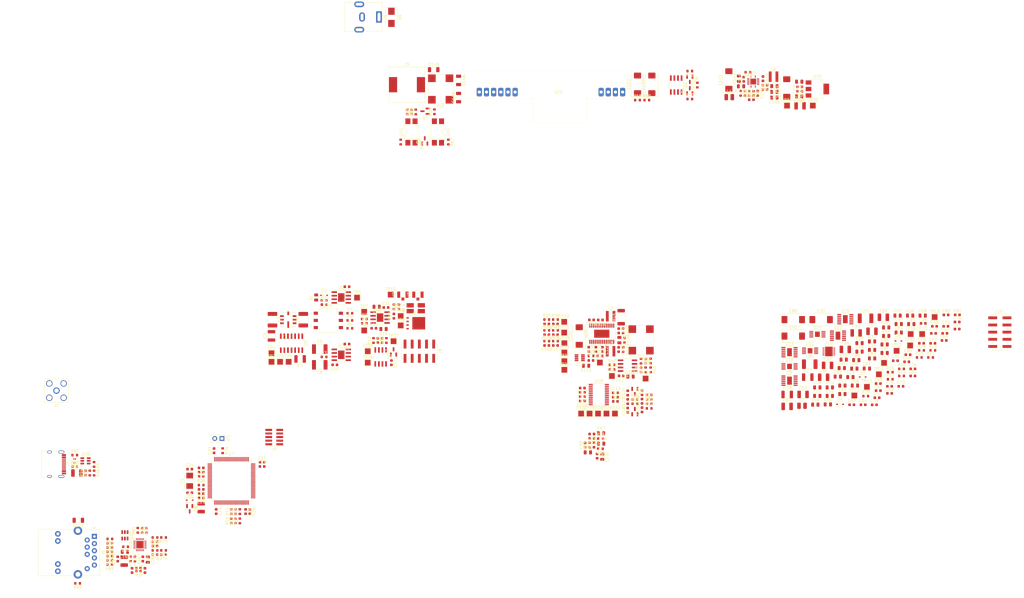
<source format=kicad_pcb>
(kicad_pcb (version 20211014) (generator pcbnew)
  (layers (0 "F.Cu" signal) (31 "B.Cu" signal) (34 "B.Paste" user) (35 "F.Paste" user) (36 "B.SilkS" user "B.Silkscreen") (37 "F.SilkS" user "F.Silkscreen") (38 "B.Mask" user) (39 "F.Mask" user) (44 "Edge.Cuts" user))
  (net 0 "")
  (net 1 "+5VA")
  (net 2 "GND")
  (net 3 "Net-(C2-Pad2)")
  (net 4 "Net-(C5-Pad1)")
  (net 5 "Net-(C5-Pad2)")
  (net 6 "Net-(C6-Pad1)")
  (net 7 "+9VA")
  (net 8 "-6V")
  (net 9 "+15V")
  (net 10 "Net-(C13-Pad1)")
  (net 11 "Net-(C13-Pad2)")
  (net 12 "/MCU/PD_MON")
  (net 13 "/driveStage/PD_C")
  (net 14 "Net-(C17-Pad2)")
  (net 15 "Net-(C18-Pad1)")
  (net 16 "Net-(C19-Pad1)")
  (net 17 "+3V3")
  (net 18 "Net-(C21-Pad2)")
  (net 19 "Net-(C22-Pad1)")
  (net 20 "/MCU/VREF")
  (net 21 "+12V")
  (net 22 "+1V8")
  (net 23 "Net-(C37-Pad2)")
  (net 24 "Net-(C38-Pad1)")
  (net 25 "Net-(C38-Pad2)")
  (net 26 "Net-(C40-Pad1)")
  (net 27 "Net-(C42-Pad2)")
  (net 28 "Net-(C43-Pad2)")
  (net 29 "-9V")
  (net 30 "IN")
  (net 31 "Net-(C50-Pad1)")
  (net 32 "Net-(C51-Pad1)")
  (net 33 "Net-(C52-Pad1)")
  (net 34 "Net-(C53-Pad1)")
  (net 35 "Net-(C54-Pad1)")
  (net 36 "Net-(C55-Pad1)")
  (net 37 "Net-(C69-Pad1)")
  (net 38 "Net-(C70-Pad1)")
  (net 39 "Net-(C71-Pad1)")
  (net 40 "Net-(C72-Pad1)")
  (net 41 "Net-(C73-Pad1)")
  (net 42 "Net-(C74-Pad1)")
  (net 43 "+9V")
  (net 44 "+8V")
  (net 45 "+3.3VA")
  (net 46 "/thermostat/DAC_REF")
  (net 47 "/thermostat/ADC_REF")
  (net 48 "/thermostat/ADC_A3V3")
  (net 49 "/thermostat/ADC_D3V3")
  (net 50 "Net-(C102-Pad1)")
  (net 51 "Net-(C103-Pad1)")
  (net 52 "Net-(C104-Pad1)")
  (net 53 "/thermostat/MAXV")
  (net 54 "/thermostat/MAXIP")
  (net 55 "/thermostat/MAXIN")
  (net 56 "Net-(C110-Pad1)")
  (net 57 "Net-(C115-Pad1)")
  (net 58 "Net-(C117-Pad1)")
  (net 59 "/MCU/TEC_ISEN")
  (net 60 "Net-(C119-Pad1)")
  (net 61 "/MCU/TEC_VREF")
  (net 62 "Net-(C122-Pad2)")
  (net 63 "Net-(C123-Pad2)")
  (net 64 "Net-(C125-Pad1)")
  (net 65 "+5V")
  (net 66 "Net-(C132-Pad2)")
  (net 67 "Net-(C133-Pad2)")
  (net 68 "Net-(C135-Pad2)")
  (net 69 "Net-(C136-Pad2)")
  (net 70 "Net-(C141-Pad1)")
  (net 71 "Net-(C145-Pad1)")
  (net 72 "Net-(C145-Pad2)")
  (net 73 "Net-(C146-Pad1)")
  (net 74 "Net-(C147-Pad1)")
  (net 75 "Net-(C148-Pad1)")
  (net 76 "Net-(C149-Pad1)")
  (net 77 "Net-(C149-Pad2)")
  (net 78 "Net-(C150-Pad1)")
  (net 79 "Net-(C151-Pad1)")
  (net 80 "Net-(C152-Pad1)")
  (net 81 "Net-(C152-Pad2)")
  (net 82 "Net-(C158-Pad1)")
  (net 83 "Net-(C162-Pad2)")
  (net 84 "Net-(C163-Pad2)")
  (net 85 "Net-(C164-Pad1)")
  (net 86 "/Ehternet/AVDDT_PHY")
  (net 87 "/Ehternet/ETH_SHIELD")
  (net 88 "Net-(D1-Pad2)")
  (net 89 "/MCU/MCU_RSTn")
  (net 90 "/MCU/RST")
  (net 91 "Net-(FB12-Pad1)")
  (net 92 "Net-(FB12-Pad2)")
  (net 93 "/thermostat/TEC+")
  (net 94 "/thermostat/TEC-")
  (net 95 "Net-(FL3-Pad1)")
  (net 96 "Net-(FL3-Pad2)")
  (net 97 "/MCU/USB_DP")
  (net 98 "/MCU/USB_DN")
  (net 99 "Net-(J1-Pad1)")
  (net 100 "Net-(J2-Pad1)")
  (net 101 "/MCU/SWDIO")
  (net 102 "/MCU/SWCLK")
  (net 107 "Net-(J6-Pad1)")
  (net 108 "Net-(J6-Pad2)")
  (net 109 "Net-(J6-Pad3)")
  (net 110 "Net-(J6-Pad6)")
  (net 111 "/Ehternet/POE_VC-")
  (net 112 "/Ehternet/POE_VC+")
  (net 113 "Net-(J6-Pad11)")
  (net 114 "Net-(J6-Pad13)")
  (net 115 "Net-(J7-PadA5)")
  (net 117 "Net-(J7-PadB5)")
  (net 119 "/driveStage/LD-")
  (net 120 "/thermostat/NTC+")
  (net 121 "/thermostat/NTC-")
  (net 122 "Net-(JP1-Pad1)")
  (net 123 "Net-(L2-Pad1)")
  (net 124 "Net-(L3-Pad1)")
  (net 125 "Net-(Q1-Pad1)")
  (net 126 "Net-(Q2-Pad3)")
  (net 127 "Net-(Q3-Pad1)")
  (net 128 "Net-(Q4-Pad1)")
  (net 129 "Net-(Q5-Pad4)")
  (net 130 "Net-(Q6-Pad1)")
  (net 131 "Net-(R4-Pad1)")
  (net 132 "Net-(R4-Pad2)")
  (net 133 "Net-(R5-Pad1)")
  (net 134 "Net-(R6-Pad1)")
  (net 135 "Net-(R7-Pad2)")
  (net 136 "Net-(R10-Pad2)")
  (net 137 "/MCU/PD_BIAS")
  (net 138 "Net-(R14-Pad2)")
  (net 139 "Net-(R15-Pad2)")
  (net 140 "Net-(R16-Pad2)")
  (net 141 "Net-(R17-Pad2)")
  (net 142 "Net-(R18-Pad2)")
  (net 143 "Net-(R19-Pad2)")
  (net 144 "Net-(R24-Pad2)")
  (net 145 "Net-(R29-Pad2)")
  (net 146 "Net-(R30-Pad2)")
  (net 147 "/MCU/PWM_MAXV")
  (net 148 "/MCU/PWM_MAXIP")
  (net 149 "/MCU/PWM_MAXIN")
  (net 150 "Net-(R41-Pad1)")
  (net 151 "Net-(R42-Pad2)")
  (net 152 "Net-(R45-Pad1)")
  (net 153 "Net-(R46-Pad2)")
  (net 154 "/MCU/TEC_VSEN")
  (net 155 "Net-(R48-Pad2)")
  (net 156 "Net-(R56-Pad2)")
  (net 157 "Net-(R57-Pad2)")
  (net 158 "Net-(R60-Pad2)")
  (net 159 "Net-(R63-Pad1)")
  (net 160 "Net-(R65-Pad1)")
  (net 161 "/MCU/AT_EVENT")
  (net 162 "/MCU/POE_PWR_SRC")
  (net 163 "/Ehternet/RMII_RXD0")
  (net 164 "Net-(R73-Pad2)")
  (net 165 "/Ehternet/RMII_RXD1")
  (net 166 "Net-(R74-Pad2)")
  (net 167 "/Ehternet/RMII_CRS_DV")
  (net 168 "Net-(R75-Pad2)")
  (net 169 "/Ehternet/RMII_REF_CLK")
  (net 170 "Net-(R76-Pad2)")
  (net 171 "/Ehternet/RMII_MDIO")
  (net 172 "Net-(R82-Pad2)")
  (net 173 "/Ehternet/ETH_LED_1")
  (net 174 "Net-(R84-Pad1)")
  (net 175 "/Ehternet/PHY_TD_P")
  (net 176 "/Ehternet/PHY_TD_N")
  (net 177 "/Ehternet/PHY_RD_P")
  (net 178 "/Ehternet/PHY_RD_N")
  (net 179 "/Ehternet/ETH_LED_2")
  (net 180 "Net-(R94-Pad2)")
  (net 181 "Net-(R95-Pad1)")
  (net 182 "/MCU/USB_VBUS")
  (net 183 "/MCU/LDAC_LOAD")
  (net 184 "/MCU/LDAC_CLK")
  (net 185 "/MCU/LDAC_MOSI")
  (net 186 "/MCU/LDAC_CS")
  (net 187 "/MCU/TADC_SYNC")
  (net 188 "/MCU/TADC_MISO")
  (net 189 "/MCU/TDAC_MOSI")
  (net 190 "/MCU/TADC_CLK")
  (net 191 "/MCU/TDAC_CLK")
  (net 192 "/MCU/TADC_CS")
  (net 193 "/MCU/TDAC_SYNC")
  (net 194 "/MCU/TADC_MOSI")
  (net 195 "Net-(U1-Pad6)")
  (net 209 "/Ehternet/RMII_MDC")
  (net 210 "/Ehternet/PHY_NRST")
  (net 211 "/MCU/TEC_SHDN")
  (net 216 "/Ehternet/RMII_TX_EN")
  (net 217 "/Ehternet/RMII_TXD0")
  (net 218 "/Ehternet/RMII_TXD1")
  (net 259 "Net-(U19-Pad5)")
  (net 261 "Net-(U23-Pad3)")
  (footprint "Connector_RJ:RJ45_Abracon_ARJP11A-MA_Horizontal" (layer "F.Cu") (at 172.571 164.216 -90)
    (fp_text reference "J6")
    (fp_text value "RJ45_Abracon_ARJP11A-MASA-B-A-EMU2")
  )
  (footprint "Resistor_SMD:R_0603_1608Metric" (layer "F.Cu") (at 194.056 164.592 180)
    (fp_text reference "R79")
    (fp_text value "10k")
  )
  (footprint "Resistor_SMD:R_0603_1608Metric" (layer "F.Cu") (at 286.512 13.716 90)
    (fp_text reference "R59")
    (fp_text value "82k")
  )
  (footprint "Resistor_SMD:R_0603_1608Metric" (layer "F.Cu") (at 383.667 9.144)
    (fp_text reference "R70")
    (fp_text value "33k2")
  )
  (footprint "Capacitor_SMD:C_0603_1608Metric" (layer "F.Cu") (at 194.056 167.64)
    (fp_text reference "C166")
    (fp_text value "100n")
  )
  (footprint "Capacitor_SMD:C_0603_1608Metric" (layer "F.Cu") (at 361.6452 116.4082 90)
    (fp_text reference "C123")
    (fp_text value "100n")
  )
  (footprint "Package_TO_SOT_SMD:SOT-23" (layer "F.Cu") (at 383.667 2.159 -90)
    (fp_text reference "Q6")
    (fp_text value "BC857")
  )
  (footprint "Capacitor_SMD:C_0805_2012Metric" (layer "F.Cu") (at 422.4528 2.9972 180)
    (fp_text reference "C161")
    (fp_text value "10u")
  )
  (footprint "Inductor_SMD:L_1210_3225Metric" (layer "F.Cu") (at 210.425 154.02 90)
    (fp_text reference "FB1")
    (fp_text value "1K@100MHz")
  )
  (footprint "Capacitor_SMD:C_0603_1608Metric" (layer "F.Cu") (at 332.9432 92.71 180)
    (fp_text reference "C103")
    (fp_text value "100n")
  )
  (footprint "Capacitor_SMD:C_0603_1608Metric" (layer "F.Cu") (at 445.097 117.542)
    (fp_text reference "C64")
    (fp_text value "100n")
  )
  (footprint "Package_QFP:LQFP-100_14x14mm_P0.5mm" (layer "F.Cu") (at 221.179 144.518)
    (fp_text reference "U7")
    (fp_text value "STM32F407VGTx")
  )
  (footprint "Capacitor_SMD:C_0603_1608Metric" (layer "F.Cu") (at 332.9432 88.9 180)
    (fp_text reference "C104")
    (fp_text value "100n")
  )
  (footprint "Resistor_SMD:R_0603_1608Metric" (layer "F.Cu") (at 194.056 166.116 180)
    (fp_text reference "R82")
    (fp_text value "10k")
  )
  (footprint "Capacitor_SMD:C_0603_1608Metric" (layer "F.Cu") (at 336.042 96.52 180)
    (fp_text reference "C107")
    (fp_text value "100n")
  )
  (footprint "TestPoint:TestPoint_Pad_2.0x2.0mm" (layer "F.Cu") (at 418.1348 11.4808)
    (fp_text reference "TP34")
    (fp_text value "TestPoint")
  )
  (footprint "TestPoint:TestPoint_Pad_2.0x2.0mm" (layer "F.Cu") (at 339.1408 91.948)
    (fp_text reference "TP21")
    (fp_text value "TestPoint")
  )
  (footprint "Capacitor_SMD:C_0805_2012Metric" (layer "F.Cu") (at 441.997 104.712)
    (fp_text reference "C39")
    (fp_text value "10u")
  )
  (footprint "Resistor_SMD:R_0603_1608Metric" (layer "F.Cu") (at 348.1172 131.826 90)
    (fp_text reference "R31")
    (fp_text value "33")
  )
  (footprint "Resistor_SMD:R_0603_1608Metric" (layer "F.Cu") (at 197.104 164.592 180)
    (fp_text reference "R75")
    (fp_text value "33")
  )
  (footprint "Resistor_SMD:R_0603_1608Metric" (layer "F.Cu") (at 351.978 133.1468 180)
    (fp_text reference "R40")
    (fp_text value "33")
  )
  (footprint "Resistor_SMD:R_0603_1608Metric" (layer "F.Cu") (at 332.9432 91.1352)
    (fp_text reference "R34")
    (fp_text value "10k")
  )
  (footprint "TestPoint:TestPoint_Pad_2.0x2.0mm" (layer "F.Cu") (at 446.457 111.192)
    (fp_text reference "TP12")
    (fp_text value "TestPoint")
  )
  (footprint "Capacitor_SMD:C_0603_1608Metric" (layer "F.Cu") (at 460.577 102.302)
    (fp_text reference "C41")
    (fp_text value "100n")
  )
  (footprint "TestPoint:TestPoint_Pad_2.0x2.0mm" (layer "F.Cu") (at 450.697 106.742)
    (fp_text reference "TP11")
    (fp_text value "TestPoint")
  )
  (footprint "Diode_SMD:D_SMB" (layer "F.Cu") (at 277.876 -19.812 -90)
    (fp_text reference "D9")
    (fp_text value "SMBJ13A-13-F")
  )
  (footprint "Capacitor_SMD:C_0603_1608Metric" (layer "F.Cu") (at 454.497 110.992)
    (fp_text reference "C76")
    (fp_text value "100n")
  )
  (footprint "TestPoint:TestPoint_Pad_2.0x2.0mm" (layer "F.Cu") (at 339.1916 105.156)
    (fp_text reference "TP25")
    (fp_text value "TestPoint")
  )
  (footprint "TestPoint:TestPoint_Pad_2.0x2.0mm" (layer "F.Cu") (at 268.224 84.582)
    (fp_text reference "TP7")
    (fp_text value "TestPoint")
  )
  (footprint "TestPoint:TestPoint_Pad_2.0x2.0mm" (layer "F.Cu") (at 339.1408 88.138)
    (fp_text reference "TP22")
    (fp_text value "TestPoint")
  )
  (footprint "Inductor_SMD:L_Wuerth_WE-PD-Typ-LS" (layer "F.Cu") (at 283.402 4.064)
    (fp_text reference "L5")
    (fp_text value "10u")
  )
  (footprint "Capacitor_SMD:C_0805_2012Metric" (layer "F.Cu") (at 438.227 101.532)
    (fp_text reference "C56")
    (fp_text value "10u")
  )
  (footprint "Package_SO:SOIC-8-1EP_3.9x4.9mm_P1.27mm_EP2.29x3mm" (layer "F.Cu") (at 260.096 79.502)
    (fp_text reference "U3")
    (fp_text value "ADA4898-1YRDZ")
  )
  (footprint "Capacitor_SMD:C_0805_2012Metric" (layer "F.Cu") (at 401.828 4.6228 180)
    (fp_text reference "C143")
    (fp_text value "10u")
  )
  (footprint "Package_TO_SOT_SMD:SOT-23-6" (layer "F.Cu") (at 183.388 163.83 -90)
    (fp_text reference "U27")
    (fp_text value "USBLC6-4SC6")
  )
  (footprint "Resistor_SMD:R_0603_1608Metric" (layer "F.Cu") (at 224.141 155.414 90)
    (fp_text reference "R18")
    (fp_text value "10k")
  )
  (footprint "Capacitor_SMD:C_1812_4532Metric" (layer "F.Cu") (at 426.187 103.142)
    (fp_text reference "C84")
    (fp_text value "10u PP")
  )
  (footprint "Resistor_SMD:R_0603_1608Metric" (layer "F.Cu") (at 332.9432 94.9452)
    (fp_text reference "R33")
    (fp_text value "10k")
  )
  (footprint "Resistor_SMD:R_0603_1608Metric" (layer "F.Cu") (at 454.727 105.972)
    (fp_text reference "R26")
    (fp_text value "51k")
  )
  (footprint "Capacitor_SMD:C_0603_1608Metric" (layer "F.Cu") (at 345.567 114.6668 180)
    (fp_text reference "C121")
    (fp_text value "1u")
  )
  (footprint "Capacitor_SMD:C_0603_1608Metric" (layer "F.Cu") (at 473.837 94.742)
    (fp_text reference "C66")
    (fp_text value "100n")
  )
  (footprint "Capacitor_SMD:C_0603_1608Metric" (layer "F.Cu") (at 346.5424 131.826 90)
    (fp_text reference "C98")
    (fp_text value "100n")
  )
  (footprint "Capacitor_SMD:C_0603_1608Metric" (layer "F.Cu") (at 470.067 92.232)
    (fp_text reference "C72")
    (fp_text value "100n")
  )
  (footprint "Capacitor_SMD:C_0805_2012Metric" (layer "F.Cu") (at 442.207 110.732)
    (fp_text reference "C58")
    (fp_text value "10u")
  )
  (footprint "Resistor_SMD:R_0603_1608Metric" (layer "F.Cu") (at 172.466 138.684 -90)
    (fp_text reference "R97")
    (fp_text value "10k")
  )
  (footprint "Resistor_SMD:R_0603_1608Metric" (layer "F.Cu") (at 336.042 87.3252)
    (fp_text reference "R38")
    (fp_text value "10k")
  )
  (footprint "Resistor_SMD:R_0603_1608Metric" (layer "F.Cu") (at 446.037 114.472)
    (fp_text reference "R29")
    (fp_text value "33k2")
  )
  (footprint "TestPoint:TestPoint_Pad_2.0x2.0mm" (layer "F.Cu") (at 339.1916 99.0334)
    (fp_text reference "TP29")
    (fp_text value "TestPoint")
  )
  (footprint "Capacitor_SMD:C_0603_1608Metric" (layer "F.Cu") (at 466.417 88.682)
    (fp_text reference "C38")
    (fp_text value "1u")
  )
  (footprint "Connector_Coaxial:SMA_Amphenol_132203-12_Horizontal" (layer "F.Cu") (at 159.134 112.522 90)
    (fp_text reference "J1")
    (fp_text value "MOD_IN")
  )
  (footprint "Inductor_SMD:L_1210_3225Metric" (layer "F.Cu") (at 423.827 113.872)
    (fp_text reference "FB3")
    (fp_text value "1K@100MHz")
  )
  (footprint "Resistor_SMD:R_0603_1608Metric" (layer "F.Cu") (at 410.3116 4.2164 180)
    (fp_text reference "R60")
    (fp_text value "82k")
  )
  (footprint "Capacitor_SMD:C_0805_2012Metric" (layer "F.Cu") (at 428.157 117.482)
    (fp_text reference "C48")
    (fp_text value "10u")
  )
  (footprint "Connector_USB:USB_C_Receptacle_HRO_TYPE-C-31-M-12" (layer "F.Cu") (at 157.734 138.621 -90)
    (fp_text reference "J7")
    (fp_text value "USB_C_Receptacle_USB2.0")
  )
  (footprint "TestPoint:TestPoint_Pad_2.0x2.0mm" (layer "F.Cu") (at 452.537 102.692)
    (fp_text reference "TP17")
    (fp_text value "TestPoint")
  )
  (footprint "Inductor_SMD:L_1210_3225Metric" (layer "F.Cu") (at 448.257 91.472)
    (fp_text reference "FB7")
    (fp_text value "1K@100MHz")
  )
  (footprint "Capacitor_SMD:C_0805_2012Metric" (layer "F.Cu") (at 442.677 101.702)
    (fp_text reference "C88")
    (fp_text value "10u")
  )
  (footprint "Capacitor_SMD:C_0603_1608Metric" (layer "F.Cu") (at 469.827 95.742)
    (fp_text reference "C43")
    (fp_text value "1u")
  )
  (footprint "Capacitor_SMD:C_0805_2012Metric" (layer "F.Cu") (at 452.737 99.162)
    (fp_text reference "C87")
    (fp_text value "10u")
  )
  (footprint "Capacitor_SMD:C_0603_1608Metric" (layer "F.Cu") (at 402.7932 2.1336 90)
    (fp_text reference "C144")
    (fp_text value "100n")
  )
  (footprint "Resistor_SMD:R_0603_1608Metric" (layer "F.Cu") (at 458.737 104.812)
    (fp_text reference "R30")
    (fp_text value "150k")
  )
  (footprint "Capacitor_SMD:C_0603_1608Metric" (layer "F.Cu") (at 277.876 102.616 -90)
    (fp_text reference "C172")
    (fp_text value "100n")
  )
  (footprint "Package_SO:MSOP-12-1EP_3x4mm_P0.65mm_EP1.65x2.85mm" (layer "F.Cu") (at 419.017 98.892)
    (fp_text reference "U13")
    (fp_text value "LT3045xMSE")
  )
  (footprint "Capacitor_SMD:C_0603_1608Metric" (layer "F.Cu") (at 450.047 115.042)
    (fp_text reference "C47")
    (fp_text value "100n")
  )
  (footprint "Resistor_SMD:R_0603_1608Metric" (layer "F.Cu") (at 187.96 162.052 90)
    (fp_text reference "R81")
    (fp_text value "10k")
  )
  (footprint "Capacitor_SMD:C_0805_2012Metric" (layer "F.Cu") (at 452.737 96.152)
    (fp_text reference "C86")
    (fp_text value "10u")
  )
  (footprint "Connector_PinHeader_1.27mm:PinHeader_2x05_P1.27mm_Vertical_SMD" (layer "F.Cu") (at 236.333 128.998 180)
    (fp_text reference "J4")
    (fp_text value "Conn_02x05_Odd_Even")
  )
  (footprint "Package_TO_SOT_SMD:SOT-223-3_TabPin2" (layer "F.Cu") (at 428.9044 5.588)
    (fp_text reference "U25")
    (fp_text value "AMS1117-3.3")
  )
  (footprint "Capacitor_SMD:C_0805_2012Metric" (layer "F.Cu") (at 443.837 95.682)
    (fp_text reference "C52")
    (fp_text value "10u")
  )
  (footprint "Resistor_SMD:R_0603_1608Metric" (layer "F.Cu") (at 332.9432 87.3252)
    (fp_text reference "R35")
    (fp_text value "10k")
  )
  (footprint "Resistor_SMD:R_0603_1608Metric" (layer "F.Cu") (at 263.144 90.424)
    (fp_text reference "R6")
    (fp_text value "100")
  )
  (footprint "Resistor_SMD:R_0603_1608Metric" (layer "F.Cu") (at 458.737 107.322)
    (fp_text reference "R22")
    (fp_text value "60k4")
  )
  (footprint "Capacitor_SMD:C_0603_1608Metric" (layer "F.Cu") (at 232.015 139.412)
    (fp_text reference "C19")
    (fp_text value "2u2")
  )
  (footprint "Resistor_SMD:R_0603_1608Metric" (layer "F.Cu") (at 178.054 172.72 180)
    (fp_text reference "R83")
    (fp_text value "10k")
  )
  (footprint "Capacitor_SMD:C_0603_1608Metric" (layer "F.Cu") (at 347.8276 97.8904 -90)
    (fp_text reference "C130")
    (fp_text value "1u")
  )
  (footprint "Capacitor_SMD:C_0805_2012Metric" (layer "F.Cu") (at 352.232 131.318)
    (fp_text reference "C100")
    (fp_text value "10u")
  )
  (footprint "Package_SO:MSOP-12-1EP_3x4mm_P0.65mm_EP1.65x2.85mm" (layer "F.Cu") (at 438.797 87.192)
    (fp_text reference "U15")
    (fp_text value "LT3094xMSE")
  )
  (footprint "Inductor_SMD:L_1008_2520Metric" (layer "F.Cu") (at 423.457 117.892)
    (fp_text reference "L1")
    (fp_text value "1u")
  )
  (footprint "Package_SO:MSOP-12-1EP_3x4mm_P0.65mm_EP1.65x2.85mm" (layer "F.Cu") (at 419.017 108.992)
    (fp_text reference "U9")
    (fp_text value "LTC3261")
  )
  (footprint "Crystal:Crystal_SMD_2016-4Pin_2.0x1.6mm" (layer "F.Cu") (at 188.214 176.022 180)
    (fp_text reference "Y2")
    (fp_text value "25MHz")
  )
  (footprint "Resistor_SMD:R_0603_1608Metric" (layer "F.Cu") (at 268.274 87.134)
    (fp_text reference "R7")
    (fp_text value "100")
  )
  (footprint "Capacitor_SMD:C_0603_1608Metric" (layer "F.Cu") (at 210.425 150.588 180)
    (fp_text reference "C29")
    (fp_text value "2u2")
  )
  (footprint "Capacitor_SMD:C_0603_1608Metric" (layer "F.Cu") (at 474.507 85.672)
    (fp_text reference "C80")
    (fp_text value "100n")
  )
  (footprint "Capacitor_SMD:C_1206_3216Metric" (layer "F.Cu") (at 301.69 2.54 -90)
    (fp_text reference "C146")
    (fp_text value "4n7")
  )
  (footprint "Inductor_SMD:L_Wuerth_MAPI-4020" (layer "F.Cu") (at 413.3596 1.2192)
    (fp_text reference "L6")
    (fp_text value "3u3")
  )
  (footprint "Resistor_SMD:R_0603_1608Metric" (layer "F.Cu") (at 280.528 82.804 90)
    (fp_text reference "R11")
    (fp_text value "0")
  )
  (footprint "Capacitor_SMD:C_0805_2012Metric" (layer "F.Cu") (at 432.607 117.412)
    (fp_text reference "C85")
    (fp_text value "10u")
  )
  (footprint "Capacitor_SMD:C_0805_2012Metric" (layer "F.Cu") (at 401.066 1.9304 90)
    (fp_text reference "C142")
    (fp_text value "10u")
  )
  (footprint "TestPoint:TestPoint_Pad_2.0x2.0mm" (layer "F.Cu") (at 456.987 98.422)
    (fp_text reference "TP19")
    (fp_text value "TestPoint")
  )
  (footprint "Package_SO:SOIC-14_3.9x8.7mm_P1.27mm" (layer "F.Cu") (at 242.4684 95.7072 -90)
    (fp_text reference "U2")
    (fp_text value "MAX5719xSD")
  )
  (footprint "Capacitor_SMD:C_0603_1608Metric" (layer "F.Cu") (at 351.9678 87.4764 180)
    (fp_text reference "C129")
    (fp_text value "1u")
  )
  (footprint "Resistor_SMD:R_0603_1608Metric" (layer "F.Cu") (at 254 80.518)
    (fp_text reference "R2")
    (fp_text value "100")
  )
  (footprint "Capacitor_SMD:C_0603_1608Metric" (layer "F.Cu") (at 478.447 88.182)
    (fp_text reference "C78")
    (fp_text value "100n")
  )
  (footprint "Connector_Coaxial:U.FL_Hirose_U.FL-R-SMT-1_Vertical" (layer "F.Cu") (at 281.94 78.994 90)
    (fp_text reference "J2")
    (fp_text value "DNP")
  )
  (footprint "Capacitor_SMD:C_0603_1608Metric" (layer "F.Cu") (at 257.81 103.378 180)
    (fp_text reference "C10")
    (fp_text value "100n")
  )
  (footprint "Inductor_SMD:L_CommonModeChoke_Wuerth_WE-SL5" (layer "F.Cu") (at 366.395 94.5376)
    (fp_text reference "FL1")
    (fp_text value "WE-SL5")
  )
  (footprint "Resistor_SMD:R_0603_1608Metric" (layer "F.Cu") (at 178.054 171.196 180)
    (fp_text reference "R90")
    (fp_text value "220")
  )
  (footprint "Capacitor_SMD:C_0603_1608Metric" (layer "F.Cu") (at 454.497 113.502)
    (fp_text reference "C69")
    (fp_text value "100n")
  )
  (footprint "Inductor_SMD:L_1210_3225Metric" (layer "F.Cu") (at 422.7576 11.5316)
    (fp_text reference "FB10")
    (fp_text value "1K@100MHz")
  )
  (footprint "Diode_SMD:D_SOD-323" (layer "F.Cu") (at 254 78.74)
    (fp_text reference "D1")
    (fp_text value "AQ4020-01FTG-C")
  )
  (footprint "Resistor_SMD:R_0603_1608Metric" (layer "F.Cu") (at 218.045 133.824 -90)
    (fp_text reference "R20")
    (fp_text value "10k")
  )
  (footprint "Connector_BarrelJack:BarrelJack_CUI_PJ-063AH_Horizontal" (layer "F.Cu") (at 273.47 -19.939 -90)
    (fp_text reference "J5")
    (fp_text value "Barrel_Jack")
  )
  (footprint "Resistor_SMD:R_0603_1608Metric" (layer "F.Cu") (at 369.2652 113.9952 180)
    (fp_text reference "R55")
    (fp_text value "5k11 5ppm")
  )
  (footprint "Resistor_SMD:R_0603_1608Metric" (layer "F.Cu") (at 404.7236 7.112 -90)
    (fp_text reference "R64")
    (fp_text value "4k12")
  )
  (footprint "Resistor_SMD:R_0603_1608Metric" (layer "F.Cu") (at 465.027 100.762)
    (fp_text reference "R24")
    (fp_text value "470")
  )
  (footprint "Capacitor_SMD:C_0603_1608Metric" (layer "F.Cu") (at 262.128 75.692 180)
    (fp_text reference "C7")
    (fp_text value "100n")
  )
  (footprint "Capacitor_Tantalum_SMD:CP_EIA-7343-15_Kemet-W" (layer "F.Cu") (at 420.342 87.342)
    (fp_text reference "C89")
    (fp_text value "220u")
  )
  (footprint "TestPoint:TestPoint_Pad_2.0x2.0mm" (layer "F.Cu") (at 442.007 114.262)
    (fp_text reference "TP15")
    (fp_text value "TestPoint")
  )
  (footprint "Capacitor_SMD:C_0603_1608Metric" (layer "F.Cu") (at 360.5276 94.6262 -90)
    (fp_text reference "C139")
    (fp_text value "100n")
  )
  (footprint "Capacitor_SMD:C_0603_1608Metric" (layer "F.Cu") (at 366.7252 119.3292 90)
    (fp_text reference "C132")
    (fp_text value "10n")
  )
  (footprint "Capacitor_SMD:C_1206_3216Metric" (layer "F.Cu") (at 292.862 -1.27)
    (fp_text reference "C145")
    (fp_text value "4n7")
  )
  (footprint "Capacitor_SMD:C_0603_1608Metric" (layer "F.Cu") (at 458.507 110.992)
    (fp_text reference "C73")
    (fp_text value "100n")
  )
  (footprint "Package_SO:TSSOP-24_4.4x7.8mm_P0.65mm" (layer "F.Cu") (at 351.409 113.9302)
    (fp_text reference "U18")
    (fp_text value "AD7172-2")
  )
  (footprint "Capacitor_SMD:C_0603_1608Metric" (layer "F.Cu") (at 366.7252 116.2812 90)
    (fp_text reference "C133")
    (fp_text value "100n")
  )
  (footprint "Resistor_SMD:R_0603_1608Metric" (layer "F.Cu") (at 194.056 169.164 180)
    (fp_text reference "R77")
    (fp_text value "10k")
  )
  (footprint "TestPoint:TestPoint_Pad_2.0x2.0mm" (layer "F.Cu") (at 461.787 96.512)
    (fp_text reference "TP14")
    (fp_text value "TestPoint")
  )
  (footprint "Inductor_SMD:L_1210_3225Metric" (layer "F.Cu") (at 418.177 118.122)
    (fp_text reference "FB4")
    (fp_text value "1K@100MHz")
  )
  (footprint "Resistor_SMD:R_0603_1608Metric" (layer "F.Cu") (at 366.3696 102.045 -90)
    (fp_text reference "R46")
    (fp_text value "10k")
  )
  (footprint "Resistor_SMD:R_0603_1608Metric" (layer "F.Cu") (at 189.484 162.052 -90)
    (fp_text reference "R76")
    (fp_text value "33")
  )
  (footprint "Capacitor_SMD:C_0603_1608Metric" (layer "F.Cu") (at 356.108 105.0036)
    (fp_text reference "C118")
    (fp_text value "100n")
  )
  (footprint "Resistor_SMD:R_0603_1608Metric" (layer "F.Cu") (at 178.054 165.1 180)
    (fp_text reference "R86")
    (fp_text value "33")
  )
  (footprint "Capacitor_SMD:C_1210_3225Metric" (layer "F.Cu") (at 425.487 107.742)
    (fp_text reference "C77")
    (fp_text value "100n PPS")
  )
  (footprint "Inductor_SMD:L_1210_3225Metric" (layer "F.Cu") (at 452.297 86.522)
    (fp_text reference "FB9")
    (fp_text value "1K@100MHz")
  )
  (footprint "Package_TO_SOT_SMD:SOT-23" (layer "F.Cu") (at 206.361 154.398 -90)
    (fp_text reference "U8")
    (fp_text value "STM809SWX6F")
  )
  (footprint "Capacitor_SMD:C_0805_2012Metric" (layer "F.Cu") (at 437.757 113.742)
    (fp_text reference "C54")
    (fp_text value "10u")
  )
  (footprint "Connector_PinHeader_2.54mm:PinHeader_2x05_P2.54mm_Vertical_SMD" (layer "F.Cu") (at 287.782 98.552 -90)
    (fp_text reference "J8")
    (fp_text value "Conn_02x05_Odd_Even")
  )
  (footprint "TestPoint:TestPoint_Pad_2.0x2.0mm" (layer "F.Cu") (at 339.1916 102.0814)
    (fp_text reference "TP27")
    (fp_text value "TestPoint")
  )
  (footprint "Capacitor_SMD:C_0603_1608Metric" (layer "F.Cu") (at 336.042 88.9 180)
    (fp_text reference "C109")
    (fp_text value "100n")
  )
  (footprint "TestPoint:TestPoint_Pad_2.0x2.0mm" (layer "F.Cu") (at 235.3564 99.2632)
    (fp_text reference "TP4")
    (fp_text value "TestPoint")
  )
  (footprint "Capacitor_SMD:C_0603_1608Metric" (layer "F.Cu") (at 450.487 110.022)
    (fp_text reference "C68")
    (fp_text value "100n")
  )
  (footprint "Package_DIP:SMDIP-4_W7.62mm" (layer "F.Cu") (at 294.386 20.828 -90)
    (fp_text reference "U24")
    (fp_text value "ACPL-217-500E")
  )
  (footprint "Resistor_SMD:R_0603_1608Metric" (layer "F.Cu") (at 222.617 155.414 90)
    (fp_text reference "R16")
    (fp_text value "10k")
  )
  (footprint "Capacitor_SMD:C_0603_1608Metric" (layer "F.Cu") (at 478.447 90.692)
    (fp_text reference "C71")
    (fp_text value "100n")
  )
  (footprint "Capacitor_SMD:C_0603_1608Metric" (layer "F.Cu") (at 474.077 92.232)
    (fp_text reference "C42")
    (fp_text value "1u")
  )
  (footprint "Capacitor_SMD:C_0603_1608Metric" (layer "F.Cu") (at 461.017 99.792)
    (fp_text reference "C65")
    (fp_text value "100n")
  )
  (footprint "Diode_SMD:D_SOD-323" (layer "F.Cu") (at 206.361 151.35)
    (fp_text reference "D3")
    (fp_text value "B5819")
  )
  (footprint "Package_SO:SOIC-8-1EP_3.9x4.9mm_P1.27mm_EP2.29x3mm" (layer "F.Cu") (at 273.862 86.626)
    (fp_text reference "U6")
    (fp_text value "ADA4898-1YRDZ")
  )
  (footprint "Capacitor_SMD:C_0805_2012Metric" (layer "F.Cu") (at 437.757 110.732)
    (fp_text reference "C53")
    (fp_text value "10u")
  )
  (footprint "Capacitor_SMD:C_0805_2012Metric" (layer "F.Cu") (at 183.388 169.672 180)
    (fp_text reference "C168")
    (fp_text value "10u")
  )
  (footprint "Resistor_SMD:R_0603_1608Metric" (layer "F.Cu") (at 276.098 94.742 90)
    (fp_text reference "R9")
    (fp_text value "1k")
  )
  (footprint "Capacitor_SMD:C_0805_2012Metric" (layer "F.Cu") (at 461.777 85.922)
    (fp_text reference "C50")
    (fp_text value "10u")
  )
  (footprint "Capacitor_SMD:C_0603_1608Metric" (layer "F.Cu") (at 210.425 149.064 180)
    (fp_text reference "C28")
    (fp_text value "100n")
  )
  (footprint "Capacitor_SMD:C_0603_1608Metric" (layer "F.Cu") (at 271.638 90.424)
    (fp_text reference "C12")
    (fp_text value "100n")
  )
  (footprint "Capacitor_SMD:C_0603_1608Metric" (layer "F.Cu") (at 210.425 142.968 180)
    (fp_text reference "C30")
    (fp_text value "100n")
  )
  (footprint "Resistor_SMD:R_2010_5025Metric" (layer "F.Cu") (at 359.3338 86.4858 90)
    (fp_text reference "R45")
    (fp_text value "50m")
  )
  (footprint "TestPoint:TestPoint_Pad_2.0x2.0mm" (layer "F.Cu") (at 461.987 92.462)
    (fp_text reference "TP16")
    (fp_text value "TestPoint")
  )
  (footprint "Resistor_SMD:R_0603_1608Metric" (layer "F.Cu") (at 169.418 141.732 90)
    (fp_text reference "R94")
    (fp_text value "5k1")
  )
  (footprint "TestPoint:TestPoint_Pad_2.0x2.0mm" (layer "F.Cu") (at 241.4524 102.3112)
    (fp_text reference "TP1")
    (fp_text value "TestPoint")
  )
  (footprint "Resistor_SMD:R_0603_1608Metric" (layer "F.Cu") (at 410.3116 5.7912)
    (fp_text reference "R61")
    (fp_text value "33k2")
  )
  (footprint "Resistor_SMD:R_0603_1608Metric" (layer "F.Cu") (at 368.427 9.525)
    (fp_text reference "R69")
    (fp_text value "10k")
  )
  (footprint "Package_SO:SOIC-8_3.9x4.9mm_P1.27mm" (layer "F.Cu") (at 361.5944 103.684 180)
    (fp_text reference "U19")
    (fp_text value "RS8552")
  )
  (footprint "Resistor_SMD:R_0603_1608Metric" (layer "F.Cu") (at 336.042 94.9452)
    (fp_text reference "R36")
    (fp_text value "10k")
  )
  (footprint "Capacitor_Tantalum_SMD:CP_EIA-7343-15_Kemet-W" (layer "F.Cu") (at 365.125 3.937 90)
    (fp_text reference "C152")
    (fp_text value "220u")
  )
  (footprint "Resistor_SMD:R_Shunt_Ohmite_LVK20" (layer "F.Cu") (at 286.512 83.312 90)
    (fp_text reference "R13")
    (fp_text value "10")
  )
  (footprint "TestPoint:TestPoint_Pad_2.0x2.0mm" (layer "F.Cu") (at 339.1916 95.7072)
    (fp_text reference "TP20")
    (fp_text value "TestPoint")
  )
  (footprint "Capacitor_SMD:C_1812_4532Metric" (layer "F.Cu") (at 235.712 87.376 -90)
    (fp_text reference "C2")
    (fp_text value "10u PP")
  )
  (footprint "Resistor_SMD:R_0603_1608Metric" (layer "F.Cu") (at 278.75 82.804 -90)
    (fp_text reference "R10")
    (fp_text value "100")
  )
  (footprint "Resistor_SMD:R_0603_1608Metric" (layer "F.Cu") (at 178.054 166.624 180)
    (fp_text reference "R85")
    (fp_text value "33")
  )
  (footprint "Capacitor_SMD:C_0603_1608Metric" (layer "F.Cu") (at 474.437 89.722)
    (fp_text reference "C35")
    (fp_text value "100n")
  )
  (footprint "Resistor_SMD:R_0603_1608Metric" (layer "F.Cu") (at 404.2664 -0.3556 180)
    (fp_text reference "R63")
    (fp_text value "82k")
  )
  (footprint "Resistor_SMD:R_0603_1608Metric" (layer "F.Cu") (at 364.1852 117.1702)
    (fp_text reference "R43")
    (fp_text value "51")
  )
  (footprint "Capacitor_SMD:C_0603_1608Metric" (layer "F.Cu") (at 345.567 116.1908 180)
    (fp_text reference "C116")
    (fp_text value "100n")
  )
  (footprint "Capacitor_Tantalum_SMD:CP_EIA-7343-15_Kemet-W" (layer "F.Cu") (at 397.51 2.3876 90)
    (fp_text reference "C141")
    (fp_text value "220u")
  )
  (footprint "Resistor_SMD:R_0603_1608Metric" (layer "F.Cu") (at 383.667 -0.762 180)
    (fp_text reference "R72")
    (fp_text value "82k")
  )
  (footprint "Resistor_SMD:R_0603_1608Metric" (layer "F.Cu") (at 348.93 129.4892 180)
    (fp_text reference "R32")
    (fp_text value "33")
  )
  (footprint "Resistor_SMD:R_0603_1608Metric" (layer "F.Cu") (at 369.7732 105.156 -90)
    (fp_text reference "R53")
    (fp_text value "20k")
  )
  (footprint "Capacitor_SMD:C_0603_1608Metric" (layer "F.Cu") (at 357.2764 114.8198)
    (fp_text reference "C111")
    (fp_text value "100n")
  )
  (footprint "Inductor_SMD:L_CommonModeChoke_Wuerth_WE-SL5" (layer "F.Cu") (at 295.34 5.588)
    (fp_text reference "FL2")
    (fp_text value "2x1m")
  )
  (footprint "Capacitor_SMD:C_0603_1608Metric" (layer "F.Cu") (at 462.747 104.812)
    (fp_text reference "C36")
    (fp_text value "100n")
  )
  (footprint "Resistor_SMD:R_0603_1608Metric" (layer "F.Cu") (at 197.104 170.688 180)
    (fp_text reference "R74")
    (fp_text value "33")
  )
  (footprint "TestPoint:TestPoint_Pad_2.0x2.0mm" (layer "F.Cu") (at 277.622 78.486)
    (fp_text reference "TP10")
    (fp_text value "TestPoint")
  )
  (footprint "Package_DFN_QFN:QFN-24-1EP_4x4mm_P0.5mm_EP2.6x2.6mm" (layer "F.Cu") (at 188.722 167.132 90)
    (fp_text reference "U26")
    (fp_text value "LAN8742A")
  )
  (footprint "Capacitor_SMD:C_0805_2012Metric" (layer "F.Cu") (at 457.327 85.922)
    (fp_text reference "C57")
    (fp_text value "10u")
  )
  (footprint "Resistor_SMD:R_0603_1608Metric" (layer "F.Cu") (at 284.988 13.716 90)
    (fp_text reference "R58")
    (fp_text value "20k")
  )
  (footprint "Capacitor_SMD:C_0603_1608Metric" (layer "F.Cu") (at 465.817 95.742)
    (fp_text reference "C75")
    (fp_text value "100n")
  )
  (footprint "Capacitor_SMD:C_0805_2012Metric" (layer "F.Cu") (at 457.737 88.932)
    (fp_text reference "C93")
    (fp_text value "10u")
  )
  (footprint "Capacitor_Tantalum_SMD:CP_EIA-7343-15_Kemet-W" (layer "F.Cu") (at 418.0332 5.2324 90)
    (fp_text reference "C157")
    (fp_text value "220u")
  )
  (footprint "TestPoint:TestPoint_Pad_2.0x2.0mm" (layer "F.Cu") (at 348.1324 120.6618)
    (fp_text reference "TP28")
    (fp_text value "TestPoint")
  )
  (footprint "Resistor_SMD:R_0603_1608Metric" (layer "F.Cu") (at 178.054 169.672 180)
    (fp_text reference "R87")
    (fp_text value "33")
  )
  (footprint "Resistor_SMD:R_0805_2012Metric" (layer "F.Cu") (at 251.206 79.502 90)
    (fp_text reference "R1")
    (fp_text value "50")
  )
  (footprint "Inductor_SMD:L_Wuerth_MAPI-4030" (layer "F.Cu") (at 355.6 86.1302)
    (fp_text reference "L2")
    (fp_text value "6.8u")
  )
  (footprint "Capacitor_SMD:C_0805_2012Metric" (layer "F.Cu") (at 352.1812 127.6604)
    (fp_text reference "C97")
    (fp_text value "10u")
  )
  (footprint "Capacitor_SMD:C_0805_2012Metric" (layer "F.Cu") (at 346.8878 103.707 180)
    (fp_text reference "C113")
    (fp_text value "10u")
  )
  (footprint "TestPoint:TestPoint_Pad_2.0x2.0mm" (layer "F.Cu") (at 278.638 94.996)
    (fp_text reference "TP37")
    (fp_text value "TestPoint")
  )
  (footprint "Capacitor_SMD:C_0603_1608Metric" (layer "F.Cu") (at 406.2476 7.112 -90)
    (fp_text reference "C151")
    (fp_text value "39p")
  )
  (footprint "Inductor_SMD:L_Wuerth_MAPI-4030" (layer "F.Cu") (at 355.5746 98.5508)
    (fp_text reference "L3")
    (fp_text value "6.8u")
  )
  (footprint "Capacitor_SMD:C_0603_1608Metric" (layer "F.Cu") (at 357.2764 116.3438)
    (fp_text reference "C112")
    (fp_text value "100n")
  )
  (footprint "kirdy:AG5300" (layer "F.Cu") (at 309.0435 6.682)
    (fp_text reference "U23")
    (fp_text value "AG5300")
  )
  (footprint "Capacitor_SMD:C_0603_1608Metric" (layer "F.Cu") (at 210.425 147.54 180)
    (fp_text reference "C27")
    (fp_text value "100n")
  )
  (footprint "Capacitor_Tantalum_SMD:CP_EIA-7343-15_Kemet-W" (layer "F.Cu") (at 420.342 93.192)
    (fp_text reference "C40")
    (fp_text value "220u")
  )
  (footprint "Resistor_SMD:R_0603_1608Metric" (layer "F.Cu") (at 369.2652 117.1702)
    (fp_text reference "R50")
    (fp_text value "51")
  )
  (footprint "Package_SO:MSOP-12-1EP_3x4mm_P0.65mm_EP1.65x2.85mm" (layer "F.Cu") (at 436.197 93.042)
    (fp_text reference "U12")
    (fp_text value "LT3045xMSE")
  )
  (footprint "Capacitor_SMD:C_1210_3225Metric" (layer "F.Cu") (at 235.3564 93.1164 90)
    (fp_text reference "C3")
    (fp_text value "100n PPS")
  )
  (footprint "Capacitor_SMD:C_0603_1608Metric" (layer "F.Cu") (at 358.4448 97.9536 -90)
    (fp_text reference "C140")
    (fp_text value "100n")
  )
  (footprint "Resistor_SMD:R_0603_1608Metric" (layer "F.Cu") (at 197.104 169.164 180)
    (fp_text reference "R73")
    (fp_text value "33")
  )
  (footprint "Capacitor_SMD:C_0603_1608Metric" (layer "F.Cu") (at 232.015 137.888)
    (fp_text reference "C31")
    (fp_text value "100n")
  )
  (footprint "TestPoint:TestPoint_Pad_2.0x2.0mm" (layer "F.Cu") (at 238.4044 102.3112)
    (fp_text reference "TP3")
    (fp_text value "TestPoint")
  )
  (footprint "Capacitor_SMD:C_1210_3225Metric" (layer "F.Cu") (at 245.5164 101.2952 180)
    (fp_text reference "C4")
    (fp_text value "100n PPS")
  )
  (footprint "Resistor_SMD:R_0603_1608Metric" (layer "F.Cu") (at 166.624 180.848 180)
    (fp_text reference "R91")
    (fp_text value "0")
  )
  (footprint "Package_DFN_QFN:DFN-12-1EP_4x4mm_P0.5mm_EP2.66x3.38mm" (layer "F.Cu") (at 432.977 98.642)
    (fp_text reference "U10")
    (fp_text value "LT3081xDF")
  )
  (footprint "Capacitor_SMD:C_0603_1608Metric" (layer "F.Cu") (at 470.427 89.722)
    (fp_text reference "C46")
    (fp_text value "100n")
  )
  (footprint "TestPoint:TestPoint_Pad_2.0x2.0mm" (layer "F.Cu") (at 367.9952 108.2548)
    (fp_text reference "TP33")
    (fp_text value "TestPoint")
  )
  (footprint "Capacitor_SMD:C_0603_1608Metric" (layer "F.Cu") (at 345.567 111.6188 180)
    (fp_text reference "C117")
    (fp_text value "100n")
  )
  (footprint "Connector_Coaxial:U.FL_Hirose_U.FL-R-SMT-1_Vertical" (layer "F.Cu") (at 287.274 78.994 90)
    (fp_text reference "J3")
    (fp_text value "DNP")
  )
  (footprint "Resistor_SMD:R_0603_1608Metric" (layer "F.Cu") (at 403.2504 7.112 -90)
    (fp_text reference "R65")
    (fp_text value "52k3")
  )
  (footprint "Resistor_SMD:R_0603_1608Metric" (layer "F.Cu") (at 224.141 158.716 90)
    (fp_text reference "R19")
    (fp_text value "10k")
  )
  (footprint "Connector_PinHeader_2.54mm:PinHeader_1x02_P2.54mm_Vertical" (layer "F.Cu") (at 217.791 129.506 -90)
    (fp_text reference "JP1")
    (fp_text value "DNP")
  )
  (footprint "Capacitor_SMD:C_0805_2012Metric" (layer "F.Cu") (at 275.082 90.678 180)
    (fp_text reference "C16")
    (fp_text value "10u")
  )
  (footprint "Capacitor_SMD:C_1206_3216Metric" (layer "F.Cu") (at 166.878 158.496 180)
    (fp_text reference "C171")
    (fp_text value "DNP")
  )
  (footprint "Capacitor_SMD:C_0603_1608Metric" (layer "F.Cu") (at 358.4702 91.3118 -90)
    (fp_text reference "C135")
    (fp_text value "1u")
  )
  (footprint "Package_SO:HTSSOP-28-1EP_4.4x9.7mm_P0.65mm_EP2.85x5.4mm" (layer "F.Cu") (at 352.4504 92.3532 90)
    (fp_text reference "U20")
    (fp_text value "MAX1968xUI")
  )
  (footprint "Capacitor_SMD:C_0603_1608Metric" (layer "F.Cu") (at 422.656 4.826 180)
    (fp_text reference "C160")
    (fp_text value "100n")
  )
  (footprint "Capacitor_SMD:C_0603_1608Metric" (layer "F.Cu") (at 462.747 107.322)
    (fp_text reference "C63")
    (fp_text value "100n")
  )
  (footprint "Resistor_SMD:R_0603_1608Metric" (layer "F.Cu") (at 298.069 24.384 -90)
    (fp_text reference "R67")
    (fp_text value "10k")
  )
  (footprint "TestPoint:TestPoint_Pad_2.0x2.0mm" (layer "F.Cu") (at 269.494 102.616)
    (fp_text reference "TP36")
    (fp_text value "TestPoint")
  )
  (footprint "Package_SO:SOIC-8_3.9x4.9mm_P1.27mm" (layer "F.Cu") (at 274.066 100.584 -90)
    (fp_text reference "U5")
    (fp_text value "RS8552")
  )
  (footprint "Capacitor_SMD:C_0805_2012Metric" (layer "F.Cu") (at 440.597 107.722)
    (fp_text reference "C33")
    (fp_text value "10u")
  )
  (footprint "TestPoint:TestPoint_Pad_2.0x2.0mm" (layer "F.Cu") (at 357.124 120.6618)
    (fp_text reference "TP23")
    (fp_text value "TestPoint")
  )
  (footprint "Capacitor_SMD:C_0805_2012Metric" (layer "F.Cu") (at 422.402 8.2296 180)
    (fp_text reference "C158")
    (fp_text value "10u")
  )
  (footprint "Capacitor_SMD:C_0805_2012Metric" (layer "F.Cu") (at 448.287 98.092)
    (fp_text reference "C34")
    (fp_text value "10u")
  )
  (footprint "TestPoint:TestPoint_Pad_2.0x2.0mm" (layer "F.Cu") (at 265.684 79.5528)
    (fp_text reference "TP5")
    (fp_text value "TestPoint")
  )
  (footprint "Capacitor_SMD:C_0603_1608Metric" (layer "F.Cu") (at 407.7716 7.112 -90)
    (fp_text reference "C147")
    (fp_text value "1n6")
  )
  (footprint "Capacitor_SMD:C_0805_2012Metric" (layer "F.Cu") (at 428.857 111.392)
    (fp_text reference "C49")
    (fp_text value "10u")
  )
  (footprint "Capacitor_SMD:C_0805_2012Metric" (layer "F.Cu") (at 466.227 85.922)
    (fp_text reference "C59")
    (fp_text value "10u")
  )
  (footprint "TestPoint:TestPoint_Pad_2.0x2.0mm" (layer "F.Cu") (at 470.477 86.442)
    (fp_text reference "TP18")
    (fp_text value "TestPoint")
  )
  (footprint "Capacitor_SMD:C_0603_1608Metric" (layer "F.Cu") (at 456.567 101.922)
    (fp_text reference "C74")
    (fp_text value "100n")
  )
  (footprint "Resistor_SMD:R_0603_1608Metric" (layer "F.Cu") (at 369.7732 102.0064 90)
    (fp_text reference "R52")
    (fp_text value "20k")
  )
  (footprint "Resistor_SMD:R_0603_1608Metric" (layer "F.Cu") (at 254 100.584)
    (fp_text reference "R3")
    (fp_text value "2k")
  )
  (footprint "Capacitor_SMD:C_0805_2012Metric" (layer "F.Cu") (at 433.307 114.402)
    (fp_text reference "C55")
    (fp_text value "10u")
  )
  (footprint "Capacitor_SMD:C_0603_1608Metric" (layer "F.Cu") (at 366.7252 113.2332 90)
    (fp_text reference "C134")
    (fp_text value "10n")
  )
  (footprint "Resistor_SMD:R_0603_1608Metric" (layer "F.Cu") (at 221.093 158.716 90)
    (fp_text reference "R15")
    (fp_text value "10k")
  )
  (footprint "TestPoint:TestPoint_Pad_2.0x2.0mm" (layer "F.Cu") (at 427.2788 11.4808)
    (fp_text reference "TP35")
    (fp_text value "TestPoint")
  )
  (footprint "Inductor_SMD:L_1210_3225Metric" (layer "F.Cu") (at 442.647 92.072)
    (fp_text reference "FB5")
    (fp_text value "1K@100MHz")
  )
  (footprint "Capacitor_SMD:C_0805_2012Metric" (layer "F.Cu") (at 347.5228 134.4168)
    (fp_text reference "C96")
    (fp_text value "10u")
  )
  (footprint "Capacitor_SMD:C_0603_1608Metric" (layer "F.Cu") (at 449.107 117.552)
    (fp_text reference "C79")
    (fp_text value "100n")
  )
  (footprint "Resistor_SMD:R_0603_1608Metric" (layer "F.Cu") (at 183.642 167.894 180)
    (fp_text reference "R84")
    (fp_text value "12k1")
  )
  (footprint "Capacitor_SMD:C_0603_1608Metric" (layer "F.Cu") (at 441.087 117.542)
    (fp_text reference "C62")
    (fp_text value "100n")
  )
  (footprint "Capacitor_Tantalum_SMD:CP_EIA-7343-15_Kemet-W" (layer "F.Cu") (at 344.4748 93.166 90)
    (fp_text reference "C131")
    (fp_text value "220u")
  )
  (footprint "Capacitor_SMD:C_0805_2012Metric" (layer "F.Cu") (at 462.187 88.932)
    (fp_text reference "C92")
    (fp_text value "10u")
  )
  (footprint "Capacitor_SMD:C_0603_1608Metric" (layer "F.Cu") (at 215.759 155.401 -90)
    (fp_text reference "C24")
    (fp_text value "100n")
  )
  (footprint "Resistor_SMD:R_0603_1608Metric" (layer "F.Cu") (at 221.093 155.414 90)
    (fp_text reference "R14")
    (fp_text value "10k")
  )
  (footprint "Capacitor_SMD:C_0603_1608Metric" (layer "F.Cu") (at 478.517 85.672)
    (fp_text reference "C81")
    (fp_text value "100n")
  )
  (footprint "Resistor_SMD:R_0603_1608Metric" (layer "F.Cu") (at 351.978 129.4892)
    (fp_text reference "R39")
    (fp_text value "33")
  )
  (footprint "TestPoint:TestPoint_Pad_2.0x2.0mm" (layer "F.Cu") (at 281.178 86.106)
    (fp_text reference "TP9")
    (fp_text value "TestPoint")
  )
  (footprint "Package_TO_SOT_SMD:SOT-23" (layer "F.Cu") (at 289.814 13.462 180)
    (fp_text reference "Q3")
    (fp_text value "BSS138")
  )
  (footprint "Capacitor_SMD:C_0603_1608Metric" (layer "F.Cu") (at 190.5 176.276 90)
    (fp_text reference "C163")
    (fp_text value "18p")
  )
  (footprint "Resistor_SMD:R_0603_1608Metric" (layer "F.Cu") (at 356.108 103.378)
    (fp_text reference "R42")
    (fp_text value "1k6")
  )
  (footprint "TestPoint:TestPoint_Pad_2.0x2.0mm" (layer "F.Cu") (at 268.224 91.186)
    (fp_text reference "TP6")
    (fp_text value "TestPoint")
  )
  (footprint "Capacitor_SMD:C_0603_1608Metric" (layer "F.Cu") (at 210.425 141.444 180)
    (fp_text reference "C25")
    (fp_text value "100n")
  )
  (footprint "Capacitor_SMD:C_0805_2012Metric" (layer "F.Cu") (at 437.547 104.542)
    (fp_text reference "C95")
    (fp_text value "10u")
  )
  (footprint "Resistor_SMD:R_0603_1608Metric" (layer "F.Cu") (at 469.037 100.762)
    (fp_text reference "R27")
    (fp_text value "33k2")
  )
  (footprint "Inductor_SMD:L_1210_3225Metric" (layer "F.Cu") (at 166.37 141.732)
    (fp_text reference "FB12")
    (fp_text value "1K@100MHz")
  )
  (footprint "Package_TO_SOT_SMD:SOT-23-8" (layer "F.Cu") (at 344.6526 100.8622 180)
    (fp_text reference "U17")
    (fp_text value "AD5680")
  )
  (footprint "Package_SO:MSOP-10-1EP_3x3mm_P0.5mm_EP1.68x1.88mm" (layer "F.Cu") (at 428.907 92.542)
    (fp_text reference "U14")
    (fp_text value "LT3042xMSE")
  )
  (footprint "Inductor_SMD:L_1210_3225Metric" (layer "F.Cu") (at 438.807 97.922)
    (fp_text reference "FB8")
    (fp_text value "1K@100MHz")
  )
  (footprint "Resistor_SMD:R_0603_1608Metric" (layer "F.Cu") (at 366.3696 105.156 90)
    (fp_text reference "R48")
    (fp_text value "10k")
  )
  (footprint "Resistor_SMD:R_0603_1608Metric" (layer "F.Cu") (at 364.1852 115.6462)
    (fp_text reference "R44")
    (fp_text value "51")
  )
  (footprint "Inductor_SMD:L_1210_3225Metric" (layer "F.Cu") (at 183.134 172.974 -90)
    (fp_text reference "FB11")
    (fp_text value "1K@100MHz")
  )
  (footprint "Resistor_SMD:R_0603_1608Metric" (layer "F.Cu") (at 386.334 4.191 90)
    (fp_text reference "R71")
    (fp_text value "1k3")
  )
  (footprint "Package_TO_SOT_SMD:SOT-23" (layer "F.Cu") (at 289.687 24.003 90)
    (fp_text reference "Q2")
    (fp_text value "BSS138")
  )
  (footprint "Capacitor_SMD:C_0805_2012Metric" (layer "F.Cu") (at 448.287 101.102)
    (fp_text reference "C90")
    (fp_text value "10u")
  )
  (footprint "Resistor_SMD:R_0603_1608Metric" (layer "F.Cu") (at 210.425 146.016)
    (fp_text reference "R21")
    (fp_text value "10k")
  )
  (footprint "Capacitor_SMD:C_0805_2012Metric" (layer "F.Cu") (at 453.287 90.132)
    (fp_text reference "C60")
    (fp_text value "10u")
  )
  (footprint "Capacitor_SMD:C_0603_1608Metric" (layer "F.Cu") (at 359.3592 107.2896 180)
    (fp_text reference "C127")
    (fp_text value "100n")
  )
  (footprint "Capacitor_SMD:C_1812_4532Metric" (layer "F.Cu") (at 445.967 86.892)
    (fp_text reference "C91")
    (fp_text value "10u PP")
  )
  (footprint "Capacitor_SMD:C_0603_1608Metric" (layer "F.Cu") (at 360.045 97.9282 -90)
    (fp_text reference "C137")
    (fp_text value "1u")
  )
  (footprint "Package_DFN_QFN:Texas_S-PVQFN-N14" (layer "F.Cu") (at 406.146 2.9464)
    (fp_text reference "U22")
    (fp_text value "TPS54620")
  )
  (footprint "Capacitor_SMD:C_0603_1608Metric" (layer "F.Cu") (at 336.042 92.71 180)
    (fp_text reference "C108")
    (fp_text value "100n")
  )
  (footprint "Capacitor_SMD:C_1812_4532Metric" (layer "F.Cu") (at 246.634 87.376 90)
    (fp_text reference "C1")
    (fp_text value "2u PET")
  )
  (footprint "Capacitor_SMD:C_0603_1608Metric" (layer "F.Cu") (at 185.42 172.212 -90)
    (fp_text reference "C169")
    (fp_text value "100n")
  )
  (footprint "Resistor_SMD:R_0603_1608Metric" (layer "F.Cu") (at 263.144 87.63)
    (fp_text reference "R5")
    (fp_text value "10")
  )
  (footprint "Inductor_SMD:L_1008_2520Metric" (layer "F.Cu") (at 397.6624 8.4836)
    (fp_text reference "L4")
    (fp_text value "1u")
  )
  (footprint "TestPoint:TestPoint_Pad_2.0x2.0mm" (layer "F.Cu") (at 269.494 98.552)
    (fp_text reference "TP38")
    (fp_text value "TestPoint")
  )
  (footprint "Capacitor_SMD:C_0805_2012Metric" (layer "F.Cu") (at 446.447 104.712)
    (fp_text reference "C61")
    (fp_text value "10u")
  )
  (footprint "Capacitor_SMD:C_0603_1608Metric" (layer "F.Cu") (at 278.75 86.106 90)
    (fp_text reference "C13")
    (fp_text value "10n")
  )
  (footprint "Capacitor_SMD:C_0603_1608Metric" (layer "F.Cu") (at 189.738 172.212 -90)
    (fp_text reference "C164")
    (fp_text value "100n")
  )
  (footprint "Capacitor_SMD:C_0805_2012Metric" (layer "F.Cu") (at 433.307 111.392)
    (fp_text reference "C45")
    (fp_text value "10u")
  )
  (footprint "Package_SO:MSOP-10-1EP_3x3mm_P0.5mm_EP1.68x1.88mm" (layer "F.Cu") (at 426.307 98.392)
    (fp_text reference "U11")
    (fp_text value "LT3042xMSE")
  )
  (footprint "Capacitor_SMD:C_0603_1608Metric" (layer "F.Cu") (at 185.928 176.276 -90)
    (fp_text reference "C162")
    (fp_text value "18p")
  )
  (footprint "Connector_PinHeader_2.54mm:PinHeader_2x05_P2.54mm_Vertical_SMD" (layer "F.Cu") (at 493.587 91.792)
    (fp_text reference "J9")
    (fp_text value "Conn_02x05_Odd_Even")
  )
  (footprint "Capacitor_SMD:C_0603_1608Metric" (layer "F.Cu") (at 275.956 83.058)
    (fp_text reference "C11")
    (fp_text value "100n")
  )
  (footprint "Capacitor_SMD:C_0603_1608Metric" (layer "F.Cu") (at 357.2764 113.2958)
    (fp_text reference "C110")
    (fp_text value "1u")
  )
  (footprint "TestPoint:TestPoint_Pad_2.0x2.0mm" (layer "F.Cu") (at 351.1296 120.6618)
    (fp_text reference "TP26")
    (fp_text value "TestPoint")
  )
  (footprint "TestPoint:TestPoint_Pad_2.0x2.0mm" (layer "F.Cu") (at 351.79 102.5652)
    (fp_text reference "TP31")
    (fp_text value "TestPoint")
  )
  (footprint "Crystal:Crystal_SMD_5032-2Pin_5.0x3.2mm" (layer "F.Cu") (at 206.361 144.492 90)
    (fp_text reference "Y1")
    (fp_text value "8MHz")
  )
  (footprint "Capacitor_SMD:C_0603_1608Metric" (layer "F.Cu") (at 210.425 139.92 180)
    (fp_text reference "C20")
    (fp_text value "2u2")
  )
  (footprint "Capacitor_SMD:C_0603_1608Metric" (layer "F.Cu") (at 360.0196 91.3118 -90)
    (fp_text reference "C138")
    (fp_text value "100n")
  )
  (footprint "Resistor_SMD:R_0603_1608Metric" (layer "F.Cu") (at 178.054 174.244 180)
    (fp_text reference "R89")
    (fp_text value "220")
  )
  (footprint "Resistor_SMD:R_0603_1608Metric" (layer "F.Cu") (at 367.9952 102.045 -90)
    (fp_text reference "R47")
    (fp_text value "10k")
  )
  (footprint "Diode_SMD:D_SOD-323" (layer "F.Cu") (at 436.957 117.382)
    (fp_text reference "D4")
    (fp_text value "B5819")
  )
  (footprint "Capacitor_SMD:C_0603_1608Metric" (layer "F.Cu") (at 350.393 97.8904 -90)
    (fp_text reference "C120")
    (fp_text value "1u")
  )
  (footprint "Capacitor_SMD:C_0805_2012Metric" (layer "F.Cu") (at 352.6384 135.9408 -90)
    (fp_text reference "C101")
    (fp_text value "10u")
  )
  (footprint "Capacitor_SMD:C_0603_1608Metric" (layer "F.Cu") (at 450.487 112.532)
    (fp_text reference "C67")
    (fp_text value "100n")
  )
  (footprint "Resistor_SMD:R_0603_1608Metric" (layer "F.Cu") (at 268.274 88.658)
    (fp_text reference "R8")
    (fp_text value "300")
  )
  (footprint "Capacitor_SMD:C_0603_1608Metric" (layer "F.Cu") (at 186.944 172.212 -90)
    (fp_text reference "C167")
    (fp_text value "100n")
  )
  (footprint "Diode_SMD:D_SOD-323" (layer "F.Cu") (at 457.637 94.922)
    (fp_text reference "D5")
    (fp_text value "B5819")
  )
  (footprint "Capacitor_SMD:C_0805_2012Metric" (layer "F.Cu") (at 436.147 107.552)
    (fp_text reference "C82")
    (fp_text value "10u")
  )
  (footprint "Package_TO_SOT_SMD:TDSON-8-1" (layer "F.Cu") (at 286.512 88.646)
    (fp_text reference "Q1")
    (fp_text value "CSD17507Q5A")
  )
  (footprint "Resistor_SMD:R_0603_1608Metric" (layer "F.Cu") (at 170.942 141.732 90)
    (fp_text reference "R95")
    (fp_text value "10k")
  )
  (footprint "Button_Switch_SMD:SW_DIP_SPSTx03_Slide_Omron_A6S-310x_W8.9mm_P2.54mm" (layer "F.Cu") (at 255.524 87.63)
    (fp_text reference "SW1")
    (fp_text value "SW_DIP_x03")
  )
  (footprint "Resistor_SMD:R_0603_1608Metric" (layer "F.Cu") (at 194.056 170.688 180)
    (fp_text reference "R78")
    (fp_text value "10k")
  )
  (footprint "Capacitor_SMD:C_0805_2012Metric" (layer "F.Cu") (at 443.837 98.692)
    (fp_text reference "C94")
    (fp_text value "10u")
  )
  (footprint "Resistor_SMD:R_0603_1608Metric" (layer "F.Cu") (at 336.042 91.1352)
    (fp_text reference "R37")
    (fp_text value "10k")
  )
  (footprint "Resistor_SMD:R_0603_1608Metric" (layer "F.Cu") (at 165.608 139.446)
    (fp_text reference "R93")
    (fp_text value "5k1")
  )
  (footprint "Resistor_SMD:R_0603_1608Metric" (layer "F.Cu") (at 281.178 24.384 -90)
    (fp_text reference "R56")
    (fp_text value "220")
  )
  (footprint "Capacitor_SMD:C_0805_2012Metric" (layer "F.Cu") (at 457.737 91.942)
    (fp_text reference "C83")
    (fp_text value "10u")
  )
  (footprint "Capacitor_SMD:C_0603_1608Metric" (layer "F.Cu") (at 206.361 148.738 180)
    (fp_text reference "C22")
    (fp_text value "12p")
  )
  (footprint "Package_SO:MSOP-10-1EP_3x3mm_P0.5mm_EP1.68x1.88mm" (layer "F.Cu") (at 419.017 103.942)
    (fp_text reference "U16")
    (fp_text value "LT3042xMSE")
  )
  (footprint "Capacitor_SMD:C_0805_2012Metric" (layer "F.Cu") (at 272.654 82.804 180)
    (fp_text reference "C15")
    (fp_text value "10u")
  )
  (footprint "Capacitor_SMD:C_0603_1608Metric" (layer "F.Cu") (at 254 82.042)
    (fp_text reference "C9")
    (fp_text value "100n")
  )
  (footprint "Resistor_SMD:R_0603_1608Metric" (layer "F.Cu") (at 191.008 162.052 90)
    (fp_text reference "R80")
    (fp_text value "1k6")
  )
  (footprint "Resistor_SMD:R_0603_1608Metric" (layer "F.Cu") (at 178.054 168.148 180)
    (fp_text reference "R88")
    (fp_text value "33")
  )
  (footprint "Capacitor_SMD:C_0603_1608Metric" (layer "F.Cu") (at 227.697 155.414 -90)
    (fp_text reference "C26")
    (fp_text value "100n")
  )
  (footprint "Capacitor_SMD:C_0805_2012Metric" (layer "F.Cu") (at 453.287 93.142)
    (fp_text reference "C44")
    (fp_text value "10u")
  )
  (footprint "Resistor_SMD:R_0603_1608Metric" (layer "F.Cu") (at 165.608 135.382)
    (fp_text reference "R92")
    (fp_text value "5k1")
  )
  (footprint "Capacitor_SMD:C_0603_1608Metric" (layer "F.Cu") (at 206.361 140.356)
    (fp_text reference "C21")
    (fp_text value "12p")
  )
  (footprint "Resistor_SMD:R_0603_1608Metric" (layer "F.Cu") (at 369.2652 115.6462)
    (fp_text reference "R51")
    (fp_text value "51")
  )
  (footprint "Capacitor_SMD:C_0603_1608Metric" (layer "F.Cu") (at 361.6452 113.3602 90)
    (fp_text reference "C124")
    (fp_text value "10n")
  )
  (footprint "Capacitor_SMD:C_0805_2012Metric" (layer "F.Cu") (at 362.6612 107.5436)
    (fp_text reference "C126")
    (fp_text value "10u")
  )
  (footprint "Package_SO:SOIC-8_3.9x4.9mm_P1.27mm" (layer "F.Cu") (at 378.841 4.191 -90)
    (fp_text reference "Q5")
    (fp_text value "AOSP21321")
  )
  (footprint "Capacitor_SMD:C_0603_1608Metric" (layer "F.Cu") (at 214.997 133.824 90)
    (fp_text reference "C23")
    (fp_text value "100n")
  )
  (footprint "Resistor_SMD:R_0603_1608Metric" (layer "F.Cu") (at 401.6756 7.112 -90)
    (fp_text reference "R66")
    (fp_text value "10k")
  )
  (footprint "Capacitor_SMD:C_0805_2012Metric" (layer "F.Cu") (at 448.287 95.082)
    (fp_text reference "C37")
    (fp_text value "10u")
  )
  (footprint "Capacitor_SMD:C_0603_1608Metric" (layer "F.Cu") (at 348.615 101.8274)
    (fp_text reference "C114")
    (fp_text value "100n")
  )
  (footprint "Capacitor_Tantalum_SMD:CP_EIA-7343-15_Kemet-W" (layer "F.Cu") (at 370.205 3.937 90)
    (fp_text reference "C155")
    (fp_text value "220u")
  )
  (footprint "Capacitor_SMD:C_0805_2012Metric" (layer "F.Cu") (at 358.6988 94.6262 -90)
    (fp_text reference "C136")
    (fp_text value "10u")
  )
  (footprint "Resistor_SMD:R_0603_1608Metric" (layer "F.Cu") (at 222.617 158.716 90)
    (fp_text reference "R17")
    (fp_text value "10k")
  )
  (footprint "Resistor_SMD:R_0603_1608Metric" (layer "F.Cu") (at 271.526 94.742 90)
    (fp_text reference "R12")
    (fp_text value "1k")
  )
  (footprint "Resistor_SMD:R_0603_1608Metric" (layer "F.Cu") (at 469.827 98.252)
    (fp_text reference "R25")
    (fp_text value "80k6")
  )
  (footprint "Capacitor_SMD:C_0805_2012Metric" (layer "F.Cu") (at 413.6644 4.572 180)
    (fp_text reference "C153")
    (fp_text value "10u")
  )
  (footprint "Capacitor_SMD:C_0603_1608Metric" (layer "F.Cu") (at 332.9432 96.52 180)
    (fp_text reference "C102")
    (fp_text value "100n")
  )
  (footprint "Capacitor_SMD:C_0603_1608Metric" (layer "F.Cu") (at 273.05 94.742 -90)
    (fp_text reference "C17")
    (fp_text value "100n")
  )
  (footprint "Capacitor_SMD:C_0603_1608Metric" (layer "F.Cu") (at 226.173 155.401 -90)
    (fp_text reference "C18")
    (fp_text value "2u2")
  )
  (footprint "TestPoint:TestPoint_Pad_2.0x2.0mm" (layer "F.Cu") (at 281.178 89.408)
    (fp_text reference "TP8")
    (fp_text value "TestPoint")
  )
  (footprint "Resistor_SMD:R_0603_1608Metric" (layer "F.Cu") (at 172.466 141.732 -90)
    (fp_text reference "R96")
    (fp_text value "10k")
  )
  (footprint "Capacitor_SMD:C_0603_1608Metric" (layer "F.Cu") (at 361.6452 119.4562 90)
    (fp_text reference "C122")
    (fp_text value "10n")
  )
  (footprint "Capacitor_SMD:C_0603_1608Metric" (layer "F.Cu") (at 349.692 131.826 -90)
    (fp_text reference "C105")
    (fp_text value "100n")
  )
  (footprint "Capacitor_SMD:C_0603_1608Metric" (layer "F.Cu") (at 274.574 94.742 90)
    (fp_text reference "C14")
    (fp_text value "1n6")
  )
  (footprint "Capacitor_Tantalum_SMD:CP_EIA-7343-15_Kemet-W" (layer "F.Cu") (at 430.232 87.342)
    (fp_text reference "C32")
    (fp_text value "220u")
  )
  (footprint "Package_TO_SOT_SMD:SOT-23" (layer "F.Cu") (at 383.667 6.223 90)
    (fp_text reference "Q4")
    (fp_text value "BC857")
  )
  (footprint "Capacitor_SMD:C_0603_1608Metric" (layer "F.Cu") (at 348.8182 87.451 180)
    (fp_text reference "C125")
    (fp_text value "10n")
  )
  (footprint "Capacitor_SMD:C_0603_1608Metric" (layer "F.Cu") (at 345.567 113.1428 180)
    (fp_text reference "C119")
    (fp_text value "100n")
  )
  (footprint "Resistor_SMD:R_0603_1608Metric" (layer "F.Cu") (at 369.2652 118.8212)
    (fp_text reference "R54")
    (fp_text value "5k11 5ppm")
  )
  (footprint "TestPoint:TestPoint_Pad_2.0x2.0mm" (layer "F.Cu") (at 354.1268 120.6618)
    (fp_text reference "TP24")
    (fp_text value "TestPoint")
  )
  (footprint "Capacitor_SMD:C_0805_2012Metric" (layer "F.Cu") (at 413.6644 8.636 180)
    (fp_text reference "C156")
    (fp_text value "10u")
  )
  (footprint "Capacitor_SMD:C_0603_1608Metric" (layer "F.Cu") (at 409.6004 1.9304 -90)
    (fp_text reference "C149")
    (fp_text value "100n")
  )
  (footprint "Resistor_SMD:R_0603_1608Metric" (layer "F.Cu") (at 465.817 98.252)
    (fp_text reference "R28")
    (fp_text value "150k")
  )
  (footprint "Capacitor_SMD:C_0805_2012Metric" (layer "F.Cu") (at 191.516 172.466 -90)
    (fp_text reference "C165")
    (fp_text value "10u")
  )
  (footprint "TestPoint:TestPoint_Pad_2.0x2.0mm" (layer "F.Cu") (at 345.1352 120.6618)
    (fp_text reference "TP30")
    (fp_text value "TestPoint")
  )
  (footprint "Diode_SMD:D_SOD-323" (layer "F.Cu") (at 444.947 107.692)
    (fp_text reference "D6")
    (fp_text value "B5819")
  )
  (footprint "Capacitor_SMD:C_1210_3225Metric" (layer "F.Cu") (at 418.197 113.892)
    (fp_text reference "C70")
    (fp_text value "100n PPS")
  )
  (footprint "Capacitor_SMD:C_0805_2012Metric" (layer "F.Cu") (at 413.6644 6.604 180)
    (fp_text reference "C154")
    (fp_text value "10u")
  )
  (footprint "Capacitor_SMD:C_0603_1608Metric" (layer "F.Cu") (at 180.848 172.212 90)
    (fp_text reference "C170")
    (fp_text value "100n")
  )
  (footprint "Capacitor_SMD:C_1812_4532Metric" (layer "F.Cu") (at 252.476 103.378 180)
    (fp_text reference "C6")
    (fp_text value "2u PET")
  )
  (footprint "Capacitor_SMD:C_0603_1608Metric" (layer "F.Cu") (at 405.4856 9.398)
    (fp_text reference "C150")
    (fp_text value "22n")
  )
  (footprint "Package_TO_SOT_SMD:SOT-23" (layer "F.Cu") (at 278.638 98.806 90)
    (fp_text reference "D2")
    (fp_text value "BAV199")
  )
  (footprint "Resistor_SMD:R_0603_1608Metric" (layer "F.Cu") (at 293.116 13.653 90)
    (fp_text reference "R62")
    (fp_text value "10")
  )
  (footprint "Inductor_SMD:L_1210_3225Metric" (layer "F.Cu") (at 432.517 103.572)
    (fp_text reference "FB2")
    (fp_text value "1K@100MHz")
  )
  (footprint "Capacitor_SMD:C_0603_1608Metric" (layer "F.Cu") (at 422.656 6.4008 180)
    (fp_text reference "C159")
    (fp_text value "100n")
  )
  (footprint "Capacitor_SMD:C_0603_1608Metric" (layer "F.Cu") (at 350.8096 135.7376 -90)
    (fp_text reference "C106")
    (fp_text value "100n")
  )
  (footprint "Capacitor_SMD:C_0603_1608Metric" (layer "F.Cu") (at 352.679 97.8904 -90)
    (fp_text reference "C128")
    (fp_text value "1u")
  )
  (footprint "Capacitor_SMD:C_0603_1608Metric" (layer "F.Cu") (at 351.8154 100.2272)
    (fp_text reference "C115")
    (fp_text value "100n")
  )
  (footprint "Package_DIP:SMDIP-4_W7.62mm" (layer "F.Cu") (at 284.988 20.828 90)
    (fp_text reference "U21")
    (fp_text value "ACPL-217-500E")
  )
  (footprint "kirdy:LCC127P500X500X155-8N" (layer "F.Cu") (at 241.3 87.376 180)
    (fp_text reference "U1")
    (fp_text value "LTC6655BHLS8-4.096")
  )
  (footprint "Capacitor_SMD:C_1206_3216Metric" (layer "F.Cu") (at 301.69 8.636 90)
    (fp_text reference "C148")
    (fp_text value "4n7")
  )
  (footprint "Resistor_SMD:R_0603_1608Metric" (layer "F.Cu") (at 365.125 9.525)
    (fp_text reference "R68")
    (fp_text value "33k2")
  )
  (footprint "TestPoint:TestPoint_Pad_2.0x2.0mm" (layer "F.Cu") (at 356.0572 107.3404)
    (fp_text reference "TP32")
    (fp_text value "TestPoint")
  )
  (footprint "Inductor_SMD:L_1210_3225Metric" (layer "F.Cu") (at 431.117 107.782)
    (fp_text reference "FB6")
    (fp_text value "1K@100MHz")
  )
  (footprint "Resistor_SMD:R_0603_1608Metric" (layer "F.Cu") (at 263.144 85.09)
    (fp_text reference "R4")
    (fp_text value "1")
  )
  (footprint "Package_SO:SOIC-8-1EP_3.9x4.9mm_P1.27mm_EP2.29x3mm" (layer "F.Cu") (at 260.096 99.822)
    (fp_text reference "U4")
    (fp_text value "ADA4898-1YRDZ")
  )
  (footprint "Package_TO_SOT_SMD:SOT-23-6" (layer "F.Cu") (at 169.418 137.414)
    (fp_text reference "U28")
    (fp_text value "USBLC6-4SC6")
  )
  (footprint "Resistor_SMD:R_0603_1608Metric" (layer "F.Cu") (at 367.9952 105.156 90)
    (fp_text reference "R49")
    (fp_text value "10k")
  )
  (footprint "Resistor_SMD:R_0603_1608Metric" (layer "F.Cu") (at 283.464 13.716 -90)
    (fp_text reference "R57")
    (fp_text value "82k")
  )
  (footprint "Package_TO_SOT_SMD:SOT-23" (layer "F.Cu") (at 364.1852 119.9642 90)
    (fp_text reference "D7")
    (fp_text value "BAV199")
  )
  (footprint "Inductor_SMD:L_CommonModeChoke_Coilcraft_0603USB" (layer "F.Cu") (at 165.608 137.414)
    (fp_text reference "FL3")
    (fp_text value "90R@100MHz")
  )
  (footprint "Resistor_SMD:R_0603_1608Metric" (layer "F.Cu") (at 454.727 108.482)
    (fp_text reference "R23")
    (fp_text value "9k09")
  )
  (footprint "TestPoint:TestPoint_Pad_2.0x2.0mm" (layer "F.Cu") (at 235.3564 102.3112)
    (fp_text reference "TP2")
    (fp_text value "TestPoint")
  )
  (footprint "Capacitor_SMD:C_0603_1608Metric" (layer "F.Cu") (at 262.128 96.012 180)
    (fp_text reference "C8")
    (fp_text value "100n")
  )
  (footprint "Package_TO_SOT_SMD:SOT-23" (layer "F.Cu") (at 364.1852 112.8522 -90)
    (fp_text reference "D8")
    (fp_text value "BAV199")
  )
  (footprint "Capacitor_SMD:C_0603_1608Metric" (layer "F.Cu") (at 348.93 127.9144 180)
    (fp_text reference "C99")
    (fp_text value "100n")
  )
  (footprint "Capacitor_SMD:C_0805_2012Metric" (layer "F.Cu") (at 428.857 114.402)
    (fp_text reference "C51")
    (fp_text value "10u")
  )
  (footprint "Capacitor_SMD:C_1812_4532Metric" (layer "F.Cu") (at 252.476 97.79)
    (fp_text reference "C5")
    (fp_text value "2u PET")
  )
  (footprint "Resistor_SMD:R_0603_1608Metric" (layer "F.Cu") (at 348.6404 100.2272)
    (fp_text reference "R41")
    (fp_text value "1k6")
  )
  (footprint "TestPoint:TestPoint_Pad_2.0x2.0mm" (layer "F.Cu") (at 466.037 92.462)
    (fp_text reference "TP13")
    (fp_text value "TestPoint")
  )
)
</source>
